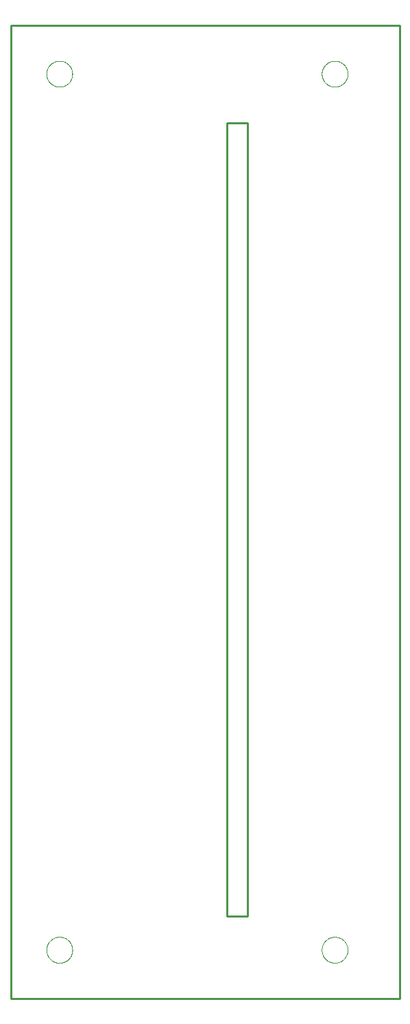
<source format=gko>
G04 EAGLE Gerber RS-274X export*
G75*
%MOMM*%
%FSLAX34Y34*%
%LPD*%
%INBoard Outline*%
%IPPOS*%
%AMOC8*
5,1,8,0,0,1.08239X$1,22.5*%
G01*
G04 Define Apertures*
%ADD10C,0.000000*%
%ADD11C,0.127000*%
%ADD12C,0.254000*%
D10*
X0Y0D02*
X480000Y0D01*
X480000Y1200000D01*
X0Y1200000D01*
X0Y0D01*
D11*
X266700Y1079500D02*
X292100Y1079500D01*
X292100Y101600D01*
X266700Y101600D01*
X266700Y1079500D01*
D10*
X44000Y60000D02*
X44005Y60393D01*
X44019Y60785D01*
X44043Y61177D01*
X44077Y61568D01*
X44120Y61959D01*
X44173Y62348D01*
X44236Y62735D01*
X44307Y63121D01*
X44389Y63506D01*
X44479Y63888D01*
X44580Y64267D01*
X44689Y64645D01*
X44808Y65019D01*
X44935Y65390D01*
X45072Y65758D01*
X45218Y66123D01*
X45373Y66484D01*
X45536Y66841D01*
X45708Y67194D01*
X45889Y67542D01*
X46079Y67886D01*
X46276Y68226D01*
X46482Y68560D01*
X46696Y68889D01*
X46919Y69213D01*
X47149Y69531D01*
X47386Y69844D01*
X47632Y70150D01*
X47885Y70451D01*
X48145Y70745D01*
X48412Y71033D01*
X48686Y71314D01*
X48967Y71588D01*
X49255Y71855D01*
X49549Y72115D01*
X49850Y72368D01*
X50156Y72614D01*
X50469Y72851D01*
X50787Y73081D01*
X51111Y73304D01*
X51440Y73518D01*
X51774Y73724D01*
X52114Y73921D01*
X52458Y74111D01*
X52806Y74292D01*
X53159Y74464D01*
X53516Y74627D01*
X53877Y74782D01*
X54242Y74928D01*
X54610Y75065D01*
X54981Y75192D01*
X55355Y75311D01*
X55733Y75420D01*
X56112Y75521D01*
X56494Y75611D01*
X56879Y75693D01*
X57265Y75764D01*
X57652Y75827D01*
X58041Y75880D01*
X58432Y75923D01*
X58823Y75957D01*
X59215Y75981D01*
X59607Y75995D01*
X60000Y76000D01*
X60393Y75995D01*
X60785Y75981D01*
X61177Y75957D01*
X61568Y75923D01*
X61959Y75880D01*
X62348Y75827D01*
X62735Y75764D01*
X63121Y75693D01*
X63506Y75611D01*
X63888Y75521D01*
X64267Y75420D01*
X64645Y75311D01*
X65019Y75192D01*
X65390Y75065D01*
X65758Y74928D01*
X66123Y74782D01*
X66484Y74627D01*
X66841Y74464D01*
X67194Y74292D01*
X67542Y74111D01*
X67886Y73921D01*
X68226Y73724D01*
X68560Y73518D01*
X68889Y73304D01*
X69213Y73081D01*
X69531Y72851D01*
X69844Y72614D01*
X70150Y72368D01*
X70451Y72115D01*
X70745Y71855D01*
X71033Y71588D01*
X71314Y71314D01*
X71588Y71033D01*
X71855Y70745D01*
X72115Y70451D01*
X72368Y70150D01*
X72614Y69844D01*
X72851Y69531D01*
X73081Y69213D01*
X73304Y68889D01*
X73518Y68560D01*
X73724Y68226D01*
X73921Y67886D01*
X74111Y67542D01*
X74292Y67194D01*
X74464Y66841D01*
X74627Y66484D01*
X74782Y66123D01*
X74928Y65758D01*
X75065Y65390D01*
X75192Y65019D01*
X75311Y64645D01*
X75420Y64267D01*
X75521Y63888D01*
X75611Y63506D01*
X75693Y63121D01*
X75764Y62735D01*
X75827Y62348D01*
X75880Y61959D01*
X75923Y61568D01*
X75957Y61177D01*
X75981Y60785D01*
X75995Y60393D01*
X76000Y60000D01*
X75995Y59607D01*
X75981Y59215D01*
X75957Y58823D01*
X75923Y58432D01*
X75880Y58041D01*
X75827Y57652D01*
X75764Y57265D01*
X75693Y56879D01*
X75611Y56494D01*
X75521Y56112D01*
X75420Y55733D01*
X75311Y55355D01*
X75192Y54981D01*
X75065Y54610D01*
X74928Y54242D01*
X74782Y53877D01*
X74627Y53516D01*
X74464Y53159D01*
X74292Y52806D01*
X74111Y52458D01*
X73921Y52114D01*
X73724Y51774D01*
X73518Y51440D01*
X73304Y51111D01*
X73081Y50787D01*
X72851Y50469D01*
X72614Y50156D01*
X72368Y49850D01*
X72115Y49549D01*
X71855Y49255D01*
X71588Y48967D01*
X71314Y48686D01*
X71033Y48412D01*
X70745Y48145D01*
X70451Y47885D01*
X70150Y47632D01*
X69844Y47386D01*
X69531Y47149D01*
X69213Y46919D01*
X68889Y46696D01*
X68560Y46482D01*
X68226Y46276D01*
X67886Y46079D01*
X67542Y45889D01*
X67194Y45708D01*
X66841Y45536D01*
X66484Y45373D01*
X66123Y45218D01*
X65758Y45072D01*
X65390Y44935D01*
X65019Y44808D01*
X64645Y44689D01*
X64267Y44580D01*
X63888Y44479D01*
X63506Y44389D01*
X63121Y44307D01*
X62735Y44236D01*
X62348Y44173D01*
X61959Y44120D01*
X61568Y44077D01*
X61177Y44043D01*
X60785Y44019D01*
X60393Y44005D01*
X60000Y44000D01*
X59607Y44005D01*
X59215Y44019D01*
X58823Y44043D01*
X58432Y44077D01*
X58041Y44120D01*
X57652Y44173D01*
X57265Y44236D01*
X56879Y44307D01*
X56494Y44389D01*
X56112Y44479D01*
X55733Y44580D01*
X55355Y44689D01*
X54981Y44808D01*
X54610Y44935D01*
X54242Y45072D01*
X53877Y45218D01*
X53516Y45373D01*
X53159Y45536D01*
X52806Y45708D01*
X52458Y45889D01*
X52114Y46079D01*
X51774Y46276D01*
X51440Y46482D01*
X51111Y46696D01*
X50787Y46919D01*
X50469Y47149D01*
X50156Y47386D01*
X49850Y47632D01*
X49549Y47885D01*
X49255Y48145D01*
X48967Y48412D01*
X48686Y48686D01*
X48412Y48967D01*
X48145Y49255D01*
X47885Y49549D01*
X47632Y49850D01*
X47386Y50156D01*
X47149Y50469D01*
X46919Y50787D01*
X46696Y51111D01*
X46482Y51440D01*
X46276Y51774D01*
X46079Y52114D01*
X45889Y52458D01*
X45708Y52806D01*
X45536Y53159D01*
X45373Y53516D01*
X45218Y53877D01*
X45072Y54242D01*
X44935Y54610D01*
X44808Y54981D01*
X44689Y55355D01*
X44580Y55733D01*
X44479Y56112D01*
X44389Y56494D01*
X44307Y56879D01*
X44236Y57265D01*
X44173Y57652D01*
X44120Y58041D01*
X44077Y58432D01*
X44043Y58823D01*
X44019Y59215D01*
X44005Y59607D01*
X44000Y60000D01*
X44000Y1140000D02*
X44005Y1140393D01*
X44019Y1140785D01*
X44043Y1141177D01*
X44077Y1141568D01*
X44120Y1141959D01*
X44173Y1142348D01*
X44236Y1142735D01*
X44307Y1143121D01*
X44389Y1143506D01*
X44479Y1143888D01*
X44580Y1144267D01*
X44689Y1144645D01*
X44808Y1145019D01*
X44935Y1145390D01*
X45072Y1145758D01*
X45218Y1146123D01*
X45373Y1146484D01*
X45536Y1146841D01*
X45708Y1147194D01*
X45889Y1147542D01*
X46079Y1147886D01*
X46276Y1148226D01*
X46482Y1148560D01*
X46696Y1148889D01*
X46919Y1149213D01*
X47149Y1149531D01*
X47386Y1149844D01*
X47632Y1150150D01*
X47885Y1150451D01*
X48145Y1150745D01*
X48412Y1151033D01*
X48686Y1151314D01*
X48967Y1151588D01*
X49255Y1151855D01*
X49549Y1152115D01*
X49850Y1152368D01*
X50156Y1152614D01*
X50469Y1152851D01*
X50787Y1153081D01*
X51111Y1153304D01*
X51440Y1153518D01*
X51774Y1153724D01*
X52114Y1153921D01*
X52458Y1154111D01*
X52806Y1154292D01*
X53159Y1154464D01*
X53516Y1154627D01*
X53877Y1154782D01*
X54242Y1154928D01*
X54610Y1155065D01*
X54981Y1155192D01*
X55355Y1155311D01*
X55733Y1155420D01*
X56112Y1155521D01*
X56494Y1155611D01*
X56879Y1155693D01*
X57265Y1155764D01*
X57652Y1155827D01*
X58041Y1155880D01*
X58432Y1155923D01*
X58823Y1155957D01*
X59215Y1155981D01*
X59607Y1155995D01*
X60000Y1156000D01*
X60393Y1155995D01*
X60785Y1155981D01*
X61177Y1155957D01*
X61568Y1155923D01*
X61959Y1155880D01*
X62348Y1155827D01*
X62735Y1155764D01*
X63121Y1155693D01*
X63506Y1155611D01*
X63888Y1155521D01*
X64267Y1155420D01*
X64645Y1155311D01*
X65019Y1155192D01*
X65390Y1155065D01*
X65758Y1154928D01*
X66123Y1154782D01*
X66484Y1154627D01*
X66841Y1154464D01*
X67194Y1154292D01*
X67542Y1154111D01*
X67886Y1153921D01*
X68226Y1153724D01*
X68560Y1153518D01*
X68889Y1153304D01*
X69213Y1153081D01*
X69531Y1152851D01*
X69844Y1152614D01*
X70150Y1152368D01*
X70451Y1152115D01*
X70745Y1151855D01*
X71033Y1151588D01*
X71314Y1151314D01*
X71588Y1151033D01*
X71855Y1150745D01*
X72115Y1150451D01*
X72368Y1150150D01*
X72614Y1149844D01*
X72851Y1149531D01*
X73081Y1149213D01*
X73304Y1148889D01*
X73518Y1148560D01*
X73724Y1148226D01*
X73921Y1147886D01*
X74111Y1147542D01*
X74292Y1147194D01*
X74464Y1146841D01*
X74627Y1146484D01*
X74782Y1146123D01*
X74928Y1145758D01*
X75065Y1145390D01*
X75192Y1145019D01*
X75311Y1144645D01*
X75420Y1144267D01*
X75521Y1143888D01*
X75611Y1143506D01*
X75693Y1143121D01*
X75764Y1142735D01*
X75827Y1142348D01*
X75880Y1141959D01*
X75923Y1141568D01*
X75957Y1141177D01*
X75981Y1140785D01*
X75995Y1140393D01*
X76000Y1140000D01*
X75995Y1139607D01*
X75981Y1139215D01*
X75957Y1138823D01*
X75923Y1138432D01*
X75880Y1138041D01*
X75827Y1137652D01*
X75764Y1137265D01*
X75693Y1136879D01*
X75611Y1136494D01*
X75521Y1136112D01*
X75420Y1135733D01*
X75311Y1135355D01*
X75192Y1134981D01*
X75065Y1134610D01*
X74928Y1134242D01*
X74782Y1133877D01*
X74627Y1133516D01*
X74464Y1133159D01*
X74292Y1132806D01*
X74111Y1132458D01*
X73921Y1132114D01*
X73724Y1131774D01*
X73518Y1131440D01*
X73304Y1131111D01*
X73081Y1130787D01*
X72851Y1130469D01*
X72614Y1130156D01*
X72368Y1129850D01*
X72115Y1129549D01*
X71855Y1129255D01*
X71588Y1128967D01*
X71314Y1128686D01*
X71033Y1128412D01*
X70745Y1128145D01*
X70451Y1127885D01*
X70150Y1127632D01*
X69844Y1127386D01*
X69531Y1127149D01*
X69213Y1126919D01*
X68889Y1126696D01*
X68560Y1126482D01*
X68226Y1126276D01*
X67886Y1126079D01*
X67542Y1125889D01*
X67194Y1125708D01*
X66841Y1125536D01*
X66484Y1125373D01*
X66123Y1125218D01*
X65758Y1125072D01*
X65390Y1124935D01*
X65019Y1124808D01*
X64645Y1124689D01*
X64267Y1124580D01*
X63888Y1124479D01*
X63506Y1124389D01*
X63121Y1124307D01*
X62735Y1124236D01*
X62348Y1124173D01*
X61959Y1124120D01*
X61568Y1124077D01*
X61177Y1124043D01*
X60785Y1124019D01*
X60393Y1124005D01*
X60000Y1124000D01*
X59607Y1124005D01*
X59215Y1124019D01*
X58823Y1124043D01*
X58432Y1124077D01*
X58041Y1124120D01*
X57652Y1124173D01*
X57265Y1124236D01*
X56879Y1124307D01*
X56494Y1124389D01*
X56112Y1124479D01*
X55733Y1124580D01*
X55355Y1124689D01*
X54981Y1124808D01*
X54610Y1124935D01*
X54242Y1125072D01*
X53877Y1125218D01*
X53516Y1125373D01*
X53159Y1125536D01*
X52806Y1125708D01*
X52458Y1125889D01*
X52114Y1126079D01*
X51774Y1126276D01*
X51440Y1126482D01*
X51111Y1126696D01*
X50787Y1126919D01*
X50469Y1127149D01*
X50156Y1127386D01*
X49850Y1127632D01*
X49549Y1127885D01*
X49255Y1128145D01*
X48967Y1128412D01*
X48686Y1128686D01*
X48412Y1128967D01*
X48145Y1129255D01*
X47885Y1129549D01*
X47632Y1129850D01*
X47386Y1130156D01*
X47149Y1130469D01*
X46919Y1130787D01*
X46696Y1131111D01*
X46482Y1131440D01*
X46276Y1131774D01*
X46079Y1132114D01*
X45889Y1132458D01*
X45708Y1132806D01*
X45536Y1133159D01*
X45373Y1133516D01*
X45218Y1133877D01*
X45072Y1134242D01*
X44935Y1134610D01*
X44808Y1134981D01*
X44689Y1135355D01*
X44580Y1135733D01*
X44479Y1136112D01*
X44389Y1136494D01*
X44307Y1136879D01*
X44236Y1137265D01*
X44173Y1137652D01*
X44120Y1138041D01*
X44077Y1138432D01*
X44043Y1138823D01*
X44019Y1139215D01*
X44005Y1139607D01*
X44000Y1140000D01*
X384000Y1140000D02*
X384005Y1140393D01*
X384019Y1140785D01*
X384043Y1141177D01*
X384077Y1141568D01*
X384120Y1141959D01*
X384173Y1142348D01*
X384236Y1142735D01*
X384307Y1143121D01*
X384389Y1143506D01*
X384479Y1143888D01*
X384580Y1144267D01*
X384689Y1144645D01*
X384808Y1145019D01*
X384935Y1145390D01*
X385072Y1145758D01*
X385218Y1146123D01*
X385373Y1146484D01*
X385536Y1146841D01*
X385708Y1147194D01*
X385889Y1147542D01*
X386079Y1147886D01*
X386276Y1148226D01*
X386482Y1148560D01*
X386696Y1148889D01*
X386919Y1149213D01*
X387149Y1149531D01*
X387386Y1149844D01*
X387632Y1150150D01*
X387885Y1150451D01*
X388145Y1150745D01*
X388412Y1151033D01*
X388686Y1151314D01*
X388967Y1151588D01*
X389255Y1151855D01*
X389549Y1152115D01*
X389850Y1152368D01*
X390156Y1152614D01*
X390469Y1152851D01*
X390787Y1153081D01*
X391111Y1153304D01*
X391440Y1153518D01*
X391774Y1153724D01*
X392114Y1153921D01*
X392458Y1154111D01*
X392806Y1154292D01*
X393159Y1154464D01*
X393516Y1154627D01*
X393877Y1154782D01*
X394242Y1154928D01*
X394610Y1155065D01*
X394981Y1155192D01*
X395355Y1155311D01*
X395733Y1155420D01*
X396112Y1155521D01*
X396494Y1155611D01*
X396879Y1155693D01*
X397265Y1155764D01*
X397652Y1155827D01*
X398041Y1155880D01*
X398432Y1155923D01*
X398823Y1155957D01*
X399215Y1155981D01*
X399607Y1155995D01*
X400000Y1156000D01*
X400393Y1155995D01*
X400785Y1155981D01*
X401177Y1155957D01*
X401568Y1155923D01*
X401959Y1155880D01*
X402348Y1155827D01*
X402735Y1155764D01*
X403121Y1155693D01*
X403506Y1155611D01*
X403888Y1155521D01*
X404267Y1155420D01*
X404645Y1155311D01*
X405019Y1155192D01*
X405390Y1155065D01*
X405758Y1154928D01*
X406123Y1154782D01*
X406484Y1154627D01*
X406841Y1154464D01*
X407194Y1154292D01*
X407542Y1154111D01*
X407886Y1153921D01*
X408226Y1153724D01*
X408560Y1153518D01*
X408889Y1153304D01*
X409213Y1153081D01*
X409531Y1152851D01*
X409844Y1152614D01*
X410150Y1152368D01*
X410451Y1152115D01*
X410745Y1151855D01*
X411033Y1151588D01*
X411314Y1151314D01*
X411588Y1151033D01*
X411855Y1150745D01*
X412115Y1150451D01*
X412368Y1150150D01*
X412614Y1149844D01*
X412851Y1149531D01*
X413081Y1149213D01*
X413304Y1148889D01*
X413518Y1148560D01*
X413724Y1148226D01*
X413921Y1147886D01*
X414111Y1147542D01*
X414292Y1147194D01*
X414464Y1146841D01*
X414627Y1146484D01*
X414782Y1146123D01*
X414928Y1145758D01*
X415065Y1145390D01*
X415192Y1145019D01*
X415311Y1144645D01*
X415420Y1144267D01*
X415521Y1143888D01*
X415611Y1143506D01*
X415693Y1143121D01*
X415764Y1142735D01*
X415827Y1142348D01*
X415880Y1141959D01*
X415923Y1141568D01*
X415957Y1141177D01*
X415981Y1140785D01*
X415995Y1140393D01*
X416000Y1140000D01*
X415995Y1139607D01*
X415981Y1139215D01*
X415957Y1138823D01*
X415923Y1138432D01*
X415880Y1138041D01*
X415827Y1137652D01*
X415764Y1137265D01*
X415693Y1136879D01*
X415611Y1136494D01*
X415521Y1136112D01*
X415420Y1135733D01*
X415311Y1135355D01*
X415192Y1134981D01*
X415065Y1134610D01*
X414928Y1134242D01*
X414782Y1133877D01*
X414627Y1133516D01*
X414464Y1133159D01*
X414292Y1132806D01*
X414111Y1132458D01*
X413921Y1132114D01*
X413724Y1131774D01*
X413518Y1131440D01*
X413304Y1131111D01*
X413081Y1130787D01*
X412851Y1130469D01*
X412614Y1130156D01*
X412368Y1129850D01*
X412115Y1129549D01*
X411855Y1129255D01*
X411588Y1128967D01*
X411314Y1128686D01*
X411033Y1128412D01*
X410745Y1128145D01*
X410451Y1127885D01*
X410150Y1127632D01*
X409844Y1127386D01*
X409531Y1127149D01*
X409213Y1126919D01*
X408889Y1126696D01*
X408560Y1126482D01*
X408226Y1126276D01*
X407886Y1126079D01*
X407542Y1125889D01*
X407194Y1125708D01*
X406841Y1125536D01*
X406484Y1125373D01*
X406123Y1125218D01*
X405758Y1125072D01*
X405390Y1124935D01*
X405019Y1124808D01*
X404645Y1124689D01*
X404267Y1124580D01*
X403888Y1124479D01*
X403506Y1124389D01*
X403121Y1124307D01*
X402735Y1124236D01*
X402348Y1124173D01*
X401959Y1124120D01*
X401568Y1124077D01*
X401177Y1124043D01*
X400785Y1124019D01*
X400393Y1124005D01*
X400000Y1124000D01*
X399607Y1124005D01*
X399215Y1124019D01*
X398823Y1124043D01*
X398432Y1124077D01*
X398041Y1124120D01*
X397652Y1124173D01*
X397265Y1124236D01*
X396879Y1124307D01*
X396494Y1124389D01*
X396112Y1124479D01*
X395733Y1124580D01*
X395355Y1124689D01*
X394981Y1124808D01*
X394610Y1124935D01*
X394242Y1125072D01*
X393877Y1125218D01*
X393516Y1125373D01*
X393159Y1125536D01*
X392806Y1125708D01*
X392458Y1125889D01*
X392114Y1126079D01*
X391774Y1126276D01*
X391440Y1126482D01*
X391111Y1126696D01*
X390787Y1126919D01*
X390469Y1127149D01*
X390156Y1127386D01*
X389850Y1127632D01*
X389549Y1127885D01*
X389255Y1128145D01*
X388967Y1128412D01*
X388686Y1128686D01*
X388412Y1128967D01*
X388145Y1129255D01*
X387885Y1129549D01*
X387632Y1129850D01*
X387386Y1130156D01*
X387149Y1130469D01*
X386919Y1130787D01*
X386696Y1131111D01*
X386482Y1131440D01*
X386276Y1131774D01*
X386079Y1132114D01*
X385889Y1132458D01*
X385708Y1132806D01*
X385536Y1133159D01*
X385373Y1133516D01*
X385218Y1133877D01*
X385072Y1134242D01*
X384935Y1134610D01*
X384808Y1134981D01*
X384689Y1135355D01*
X384580Y1135733D01*
X384479Y1136112D01*
X384389Y1136494D01*
X384307Y1136879D01*
X384236Y1137265D01*
X384173Y1137652D01*
X384120Y1138041D01*
X384077Y1138432D01*
X384043Y1138823D01*
X384019Y1139215D01*
X384005Y1139607D01*
X384000Y1140000D01*
X384000Y60000D02*
X384005Y60393D01*
X384019Y60785D01*
X384043Y61177D01*
X384077Y61568D01*
X384120Y61959D01*
X384173Y62348D01*
X384236Y62735D01*
X384307Y63121D01*
X384389Y63506D01*
X384479Y63888D01*
X384580Y64267D01*
X384689Y64645D01*
X384808Y65019D01*
X384935Y65390D01*
X385072Y65758D01*
X385218Y66123D01*
X385373Y66484D01*
X385536Y66841D01*
X385708Y67194D01*
X385889Y67542D01*
X386079Y67886D01*
X386276Y68226D01*
X386482Y68560D01*
X386696Y68889D01*
X386919Y69213D01*
X387149Y69531D01*
X387386Y69844D01*
X387632Y70150D01*
X387885Y70451D01*
X388145Y70745D01*
X388412Y71033D01*
X388686Y71314D01*
X388967Y71588D01*
X389255Y71855D01*
X389549Y72115D01*
X389850Y72368D01*
X390156Y72614D01*
X390469Y72851D01*
X390787Y73081D01*
X391111Y73304D01*
X391440Y73518D01*
X391774Y73724D01*
X392114Y73921D01*
X392458Y74111D01*
X392806Y74292D01*
X393159Y74464D01*
X393516Y74627D01*
X393877Y74782D01*
X394242Y74928D01*
X394610Y75065D01*
X394981Y75192D01*
X395355Y75311D01*
X395733Y75420D01*
X396112Y75521D01*
X396494Y75611D01*
X396879Y75693D01*
X397265Y75764D01*
X397652Y75827D01*
X398041Y75880D01*
X398432Y75923D01*
X398823Y75957D01*
X399215Y75981D01*
X399607Y75995D01*
X400000Y76000D01*
X400393Y75995D01*
X400785Y75981D01*
X401177Y75957D01*
X401568Y75923D01*
X401959Y75880D01*
X402348Y75827D01*
X402735Y75764D01*
X403121Y75693D01*
X403506Y75611D01*
X403888Y75521D01*
X404267Y75420D01*
X404645Y75311D01*
X405019Y75192D01*
X405390Y75065D01*
X405758Y74928D01*
X406123Y74782D01*
X406484Y74627D01*
X406841Y74464D01*
X407194Y74292D01*
X407542Y74111D01*
X407886Y73921D01*
X408226Y73724D01*
X408560Y73518D01*
X408889Y73304D01*
X409213Y73081D01*
X409531Y72851D01*
X409844Y72614D01*
X410150Y72368D01*
X410451Y72115D01*
X410745Y71855D01*
X411033Y71588D01*
X411314Y71314D01*
X411588Y71033D01*
X411855Y70745D01*
X412115Y70451D01*
X412368Y70150D01*
X412614Y69844D01*
X412851Y69531D01*
X413081Y69213D01*
X413304Y68889D01*
X413518Y68560D01*
X413724Y68226D01*
X413921Y67886D01*
X414111Y67542D01*
X414292Y67194D01*
X414464Y66841D01*
X414627Y66484D01*
X414782Y66123D01*
X414928Y65758D01*
X415065Y65390D01*
X415192Y65019D01*
X415311Y64645D01*
X415420Y64267D01*
X415521Y63888D01*
X415611Y63506D01*
X415693Y63121D01*
X415764Y62735D01*
X415827Y62348D01*
X415880Y61959D01*
X415923Y61568D01*
X415957Y61177D01*
X415981Y60785D01*
X415995Y60393D01*
X416000Y60000D01*
X415995Y59607D01*
X415981Y59215D01*
X415957Y58823D01*
X415923Y58432D01*
X415880Y58041D01*
X415827Y57652D01*
X415764Y57265D01*
X415693Y56879D01*
X415611Y56494D01*
X415521Y56112D01*
X415420Y55733D01*
X415311Y55355D01*
X415192Y54981D01*
X415065Y54610D01*
X414928Y54242D01*
X414782Y53877D01*
X414627Y53516D01*
X414464Y53159D01*
X414292Y52806D01*
X414111Y52458D01*
X413921Y52114D01*
X413724Y51774D01*
X413518Y51440D01*
X413304Y51111D01*
X413081Y50787D01*
X412851Y50469D01*
X412614Y50156D01*
X412368Y49850D01*
X412115Y49549D01*
X411855Y49255D01*
X411588Y48967D01*
X411314Y48686D01*
X411033Y48412D01*
X410745Y48145D01*
X410451Y47885D01*
X410150Y47632D01*
X409844Y47386D01*
X409531Y47149D01*
X409213Y46919D01*
X408889Y46696D01*
X408560Y46482D01*
X408226Y46276D01*
X407886Y46079D01*
X407542Y45889D01*
X407194Y45708D01*
X406841Y45536D01*
X406484Y45373D01*
X406123Y45218D01*
X405758Y45072D01*
X405390Y44935D01*
X405019Y44808D01*
X404645Y44689D01*
X404267Y44580D01*
X403888Y44479D01*
X403506Y44389D01*
X403121Y44307D01*
X402735Y44236D01*
X402348Y44173D01*
X401959Y44120D01*
X401568Y44077D01*
X401177Y44043D01*
X400785Y44019D01*
X400393Y44005D01*
X400000Y44000D01*
X399607Y44005D01*
X399215Y44019D01*
X398823Y44043D01*
X398432Y44077D01*
X398041Y44120D01*
X397652Y44173D01*
X397265Y44236D01*
X396879Y44307D01*
X396494Y44389D01*
X396112Y44479D01*
X395733Y44580D01*
X395355Y44689D01*
X394981Y44808D01*
X394610Y44935D01*
X394242Y45072D01*
X393877Y45218D01*
X393516Y45373D01*
X393159Y45536D01*
X392806Y45708D01*
X392458Y45889D01*
X392114Y46079D01*
X391774Y46276D01*
X391440Y46482D01*
X391111Y46696D01*
X390787Y46919D01*
X390469Y47149D01*
X390156Y47386D01*
X389850Y47632D01*
X389549Y47885D01*
X389255Y48145D01*
X388967Y48412D01*
X388686Y48686D01*
X388412Y48967D01*
X388145Y49255D01*
X387885Y49549D01*
X387632Y49850D01*
X387386Y50156D01*
X387149Y50469D01*
X386919Y50787D01*
X386696Y51111D01*
X386482Y51440D01*
X386276Y51774D01*
X386079Y52114D01*
X385889Y52458D01*
X385708Y52806D01*
X385536Y53159D01*
X385373Y53516D01*
X385218Y53877D01*
X385072Y54242D01*
X384935Y54610D01*
X384808Y54981D01*
X384689Y55355D01*
X384580Y55733D01*
X384479Y56112D01*
X384389Y56494D01*
X384307Y56879D01*
X384236Y57265D01*
X384173Y57652D01*
X384120Y58041D01*
X384077Y58432D01*
X384043Y58823D01*
X384019Y59215D01*
X384005Y59607D01*
X384000Y60000D01*
D12*
X0Y0D02*
X480000Y0D01*
X480000Y1200000D01*
X0Y1200000D01*
X0Y0D01*
X266700Y101600D02*
X292100Y101600D01*
X292100Y1079500D01*
X266700Y1079500D01*
X266700Y101600D01*
M02*

</source>
